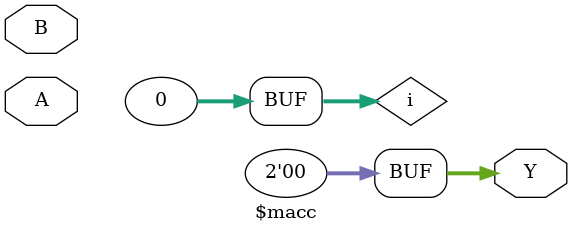
<source format=v>
module \$macc (A, B, Y);
parameter A_WIDTH = 0;
parameter B_WIDTH = 0;
parameter Y_WIDTH = 0;
parameter CONFIG = 4'b0000;
parameter CONFIG_WIDTH = 4;
input [A_WIDTH-1:0] A;
input [B_WIDTH-1:0] B;
output reg [Y_WIDTH-1:0] Y;
// Xilinx XSIM does not like $clog2() below..
function integer my_clog2;
	input integer v;
	begin
		if (v > 0)
			v = v - 1;
		my_clog2 = 0;
		while (v) begin
			v = v >> 1;
			my_clog2 = my_clog2 + 1;
		end
	end
endfunction
localparam integer num_bits = CONFIG[3:0] > 0 ? CONFIG[3:0] : 1;
localparam integer num_ports = (CONFIG_WIDTH-4) / (2 + 2*num_bits);
localparam integer num_abits = my_clog2(A_WIDTH) > 0 ? my_clog2(A_WIDTH) : 1;
function [2*num_ports*num_abits-1:0] get_port_offsets;
	input [CONFIG_WIDTH-1:0] cfg;
	integer i, cursor;
	begin
		cursor = 0;
		get_port_offsets = 0;
		for (i = 0; i < num_ports; i = i+1) begin
			get_port_offsets[(2*i + 0)*num_abits +: num_abits] = cursor;
			cursor = cursor + cfg[4 + i*(2 + 2*num_bits) + 2 +: num_bits];
			get_port_offsets[(2*i + 1)*num_abits +: num_abits] = cursor;
			cursor = cursor + cfg[4 + i*(2 + 2*num_bits) + 2 + num_bits +: num_bits];
		end
	end
endfunction
localparam [2*num_ports*num_abits-1:0] port_offsets = get_port_offsets(CONFIG);
`define PORT_IS_SIGNED   (0 + CONFIG[4 + i*(2 + 2*num_bits)])
`define PORT_DO_SUBTRACT (0 + CONFIG[4 + i*(2 + 2*num_bits) + 1])
`define PORT_SIZE_A      (0 + CONFIG[4 + i*(2 + 2*num_bits) + 2 +: num_bits])
`define PORT_SIZE_B      (0 + CONFIG[4 + i*(2 + 2*num_bits) + 2 + num_bits +: num_bits])
`define PORT_OFFSET_A    (0 + port_offsets[2*i*num_abits +: num_abits])
`define PORT_OFFSET_B    (0 + port_offsets[2*i*num_abits + num_abits +: num_abits])
integer i, j;
reg [Y_WIDTH-1:0] tmp_a, tmp_b;
always @* begin
	Y = 0;
	for (i = 0; i < num_ports; i = i+1)
	begin
		tmp_a = 0;
		tmp_b = 0;
		for (j = 0; j < `PORT_SIZE_A; j = j+1)
			tmp_a[j] = A[`PORT_OFFSET_A + j];
		if (`PORT_IS_SIGNED && `PORT_SIZE_A > 0)
			for (j = `PORT_SIZE_A; j < Y_WIDTH; j = j+1)
				tmp_a[j] = tmp_a[`PORT_SIZE_A-1];
		for (j = 0; j < `PORT_SIZE_B; j = j+1)
			tmp_b[j] = A[`PORT_OFFSET_B + j];
		if (`PORT_IS_SIGNED && `PORT_SIZE_B > 0)
			for (j = `PORT_SIZE_B; j < Y_WIDTH; j = j+1)
				tmp_b[j] = tmp_b[`PORT_SIZE_B-1];
		if (`PORT_SIZE_B > 0)
			tmp_a = tmp_a * tmp_b;
		if (`PORT_DO_SUBTRACT)
			Y = Y - tmp_a;
		else
			Y = Y + tmp_a;
	end
	for (i = 0; i < B_WIDTH; i = i+1) begin
		Y = Y + B[i];
	end
end
`undef PORT_IS_SIGNED
`undef PORT_DO_SUBTRACT
`undef PORT_SIZE_A
`undef PORT_SIZE_B
`undef PORT_OFFSET_A
`undef PORT_OFFSET_B
endmodule
</source>
